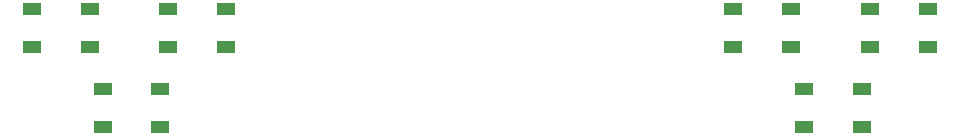
<source format=gbr>
%TF.GenerationSoftware,KiCad,Pcbnew,8.0.7*%
%TF.CreationDate,2025-02-09T12:27:28-05:00*%
%TF.ProjectId,makropad,6d616b72-6f70-4616-942e-6b696361645f,rev?*%
%TF.SameCoordinates,Original*%
%TF.FileFunction,Paste,Top*%
%TF.FilePolarity,Positive*%
%FSLAX46Y46*%
G04 Gerber Fmt 4.6, Leading zero omitted, Abs format (unit mm)*
G04 Created by KiCad (PCBNEW 8.0.7) date 2025-02-09 12:27:28*
%MOMM*%
%LPD*%
G01*
G04 APERTURE LIST*
%ADD10R,1.500000X1.000000*%
G04 APERTURE END LIST*
D10*
%TO.C,D25*%
X120600000Y-96800000D03*
X120600000Y-100000000D03*
X125500000Y-100000000D03*
X125500000Y-96800000D03*
%TD*%
%TO.C,D28*%
X180000000Y-96800000D03*
X180000000Y-100000000D03*
X184900000Y-100000000D03*
X184900000Y-96800000D03*
%TD*%
%TO.C,D27*%
X185550000Y-90000000D03*
X185550000Y-93200000D03*
X190450000Y-93200000D03*
X190450000Y-90000000D03*
%TD*%
%TO.C,D24*%
X126150000Y-90000000D03*
X126150000Y-93200000D03*
X131050000Y-93200000D03*
X131050000Y-90000000D03*
%TD*%
%TO.C,D26*%
X174000000Y-90000000D03*
X174000000Y-93200000D03*
X178900000Y-93200000D03*
X178900000Y-90000000D03*
%TD*%
%TO.C,D23*%
X114600000Y-90000000D03*
X114600000Y-93200000D03*
X119500000Y-93200000D03*
X119500000Y-90000000D03*
%TD*%
M02*

</source>
